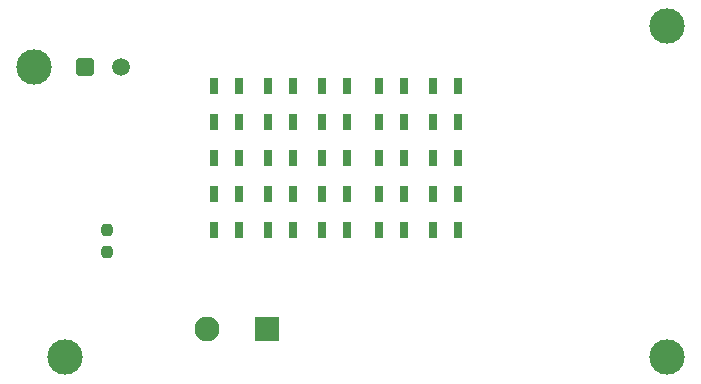
<source format=gbs>
G04 #@! TF.GenerationSoftware,KiCad,Pcbnew,(6.0.1)*
G04 #@! TF.CreationDate,2022-12-28T11:05:24-06:00*
G04 #@! TF.ProjectId,AIL,41494c2e-6b69-4636-9164-5f7063625858,rev?*
G04 #@! TF.SameCoordinates,Original*
G04 #@! TF.FileFunction,Soldermask,Bot*
G04 #@! TF.FilePolarity,Negative*
%FSLAX46Y46*%
G04 Gerber Fmt 4.6, Leading zero omitted, Abs format (unit mm)*
G04 Created by KiCad (PCBNEW (6.0.1)) date 2022-12-28 11:05:24*
%MOMM*%
%LPD*%
G01*
G04 APERTURE LIST*
G04 Aperture macros list*
%AMRoundRect*
0 Rectangle with rounded corners*
0 $1 Rounding radius*
0 $2 $3 $4 $5 $6 $7 $8 $9 X,Y pos of 4 corners*
0 Add a 4 corners polygon primitive as box body*
4,1,4,$2,$3,$4,$5,$6,$7,$8,$9,$2,$3,0*
0 Add four circle primitives for the rounded corners*
1,1,$1+$1,$2,$3*
1,1,$1+$1,$4,$5*
1,1,$1+$1,$6,$7*
1,1,$1+$1,$8,$9*
0 Add four rect primitives between the rounded corners*
20,1,$1+$1,$2,$3,$4,$5,0*
20,1,$1+$1,$4,$5,$6,$7,0*
20,1,$1+$1,$6,$7,$8,$9,0*
20,1,$1+$1,$8,$9,$2,$3,0*%
G04 Aperture macros list end*
%ADD10C,3.000000*%
%ADD11RoundRect,0.250001X0.499999X-0.499999X0.499999X0.499999X-0.499999X0.499999X-0.499999X-0.499999X0*%
%ADD12C,1.500000*%
%ADD13R,2.115000X2.115000*%
%ADD14C,2.115000*%
%ADD15R,0.800000X1.400000*%
%ADD16RoundRect,0.237500X0.237500X-0.250000X0.237500X0.250000X-0.237500X0.250000X-0.237500X-0.250000X0*%
G04 APERTURE END LIST*
D10*
X125448445Y-81439445D03*
D11*
X129768445Y-81439445D03*
D12*
X132768445Y-81439445D03*
D10*
X128000000Y-106000000D03*
X179000000Y-106000000D03*
X179000000Y-78000000D03*
D13*
X145118445Y-103604445D03*
D14*
X140038445Y-103604445D03*
D15*
X161324000Y-95250000D03*
X159224000Y-95250000D03*
X156752000Y-92202000D03*
X154652000Y-92202000D03*
X161324000Y-83058000D03*
X159224000Y-83058000D03*
X151926000Y-95250000D03*
X149826000Y-95250000D03*
X147354000Y-86106000D03*
X145254000Y-86106000D03*
X142782000Y-83058000D03*
X140682000Y-83058000D03*
X151926000Y-89154000D03*
X149826000Y-89154000D03*
X151926000Y-92202000D03*
X149826000Y-92202000D03*
X142782000Y-92202000D03*
X140682000Y-92202000D03*
X147354000Y-83058000D03*
X145254000Y-83058000D03*
X147354000Y-95250000D03*
X145254000Y-95250000D03*
X142782000Y-95250000D03*
X140682000Y-95250000D03*
X151926000Y-83058000D03*
X149826000Y-83058000D03*
X142782000Y-86106000D03*
X140682000Y-86106000D03*
D16*
X131570000Y-97092500D03*
X131570000Y-95267500D03*
D15*
X142782000Y-89154000D03*
X140682000Y-89154000D03*
X161324000Y-89154000D03*
X159224000Y-89154000D03*
X161324000Y-86106000D03*
X159224000Y-86106000D03*
X151926000Y-86106000D03*
X149826000Y-86106000D03*
X156752000Y-89154000D03*
X154652000Y-89154000D03*
X147354000Y-92202000D03*
X145254000Y-92202000D03*
X147354000Y-89154000D03*
X145254000Y-89154000D03*
X156752000Y-86106000D03*
X154652000Y-86106000D03*
X161324000Y-92202000D03*
X159224000Y-92202000D03*
X156752000Y-95250000D03*
X154652000Y-95250000D03*
X156752000Y-83058000D03*
X154652000Y-83058000D03*
M02*

</source>
